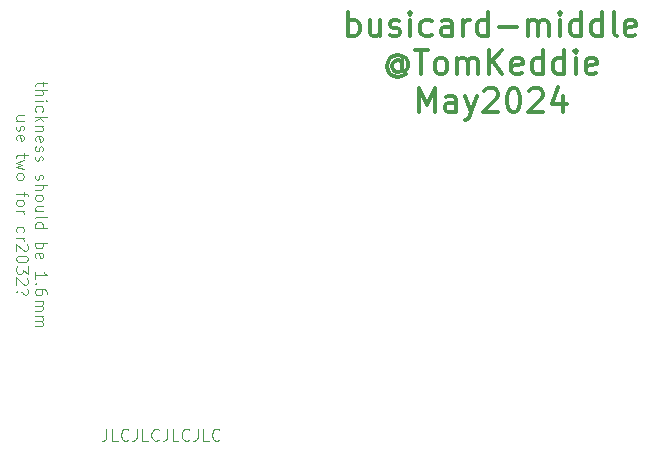
<source format=gto>
G04 #@! TF.GenerationSoftware,KiCad,Pcbnew,8.0.2-1.fc40*
G04 #@! TF.CreationDate,2024-05-26T13:30:04-07:00*
G04 #@! TF.ProjectId,busicard-middle,62757369-6361-4726-942d-6d6964646c65,rev?*
G04 #@! TF.SameCoordinates,Original*
G04 #@! TF.FileFunction,Legend,Top*
G04 #@! TF.FilePolarity,Positive*
%FSLAX46Y46*%
G04 Gerber Fmt 4.6, Leading zero omitted, Abs format (unit mm)*
G04 Created by KiCad (PCBNEW 8.0.2-1.fc40) date 2024-05-26 13:30:04*
%MOMM*%
%LPD*%
G01*
G04 APERTURE LIST*
%ADD10C,0.100000*%
%ADD11C,0.300000*%
G04 APERTURE END LIST*
D10*
X138380951Y-118957419D02*
X138380951Y-119671704D01*
X138380951Y-119671704D02*
X138333332Y-119814561D01*
X138333332Y-119814561D02*
X138238094Y-119909800D01*
X138238094Y-119909800D02*
X138095237Y-119957419D01*
X138095237Y-119957419D02*
X137999999Y-119957419D01*
X139333332Y-119957419D02*
X138857142Y-119957419D01*
X138857142Y-119957419D02*
X138857142Y-118957419D01*
X140238094Y-119862180D02*
X140190475Y-119909800D01*
X140190475Y-119909800D02*
X140047618Y-119957419D01*
X140047618Y-119957419D02*
X139952380Y-119957419D01*
X139952380Y-119957419D02*
X139809523Y-119909800D01*
X139809523Y-119909800D02*
X139714285Y-119814561D01*
X139714285Y-119814561D02*
X139666666Y-119719323D01*
X139666666Y-119719323D02*
X139619047Y-119528847D01*
X139619047Y-119528847D02*
X139619047Y-119385990D01*
X139619047Y-119385990D02*
X139666666Y-119195514D01*
X139666666Y-119195514D02*
X139714285Y-119100276D01*
X139714285Y-119100276D02*
X139809523Y-119005038D01*
X139809523Y-119005038D02*
X139952380Y-118957419D01*
X139952380Y-118957419D02*
X140047618Y-118957419D01*
X140047618Y-118957419D02*
X140190475Y-119005038D01*
X140190475Y-119005038D02*
X140238094Y-119052657D01*
X140952380Y-118957419D02*
X140952380Y-119671704D01*
X140952380Y-119671704D02*
X140904761Y-119814561D01*
X140904761Y-119814561D02*
X140809523Y-119909800D01*
X140809523Y-119909800D02*
X140666666Y-119957419D01*
X140666666Y-119957419D02*
X140571428Y-119957419D01*
X141904761Y-119957419D02*
X141428571Y-119957419D01*
X141428571Y-119957419D02*
X141428571Y-118957419D01*
X142809523Y-119862180D02*
X142761904Y-119909800D01*
X142761904Y-119909800D02*
X142619047Y-119957419D01*
X142619047Y-119957419D02*
X142523809Y-119957419D01*
X142523809Y-119957419D02*
X142380952Y-119909800D01*
X142380952Y-119909800D02*
X142285714Y-119814561D01*
X142285714Y-119814561D02*
X142238095Y-119719323D01*
X142238095Y-119719323D02*
X142190476Y-119528847D01*
X142190476Y-119528847D02*
X142190476Y-119385990D01*
X142190476Y-119385990D02*
X142238095Y-119195514D01*
X142238095Y-119195514D02*
X142285714Y-119100276D01*
X142285714Y-119100276D02*
X142380952Y-119005038D01*
X142380952Y-119005038D02*
X142523809Y-118957419D01*
X142523809Y-118957419D02*
X142619047Y-118957419D01*
X142619047Y-118957419D02*
X142761904Y-119005038D01*
X142761904Y-119005038D02*
X142809523Y-119052657D01*
X143523809Y-118957419D02*
X143523809Y-119671704D01*
X143523809Y-119671704D02*
X143476190Y-119814561D01*
X143476190Y-119814561D02*
X143380952Y-119909800D01*
X143380952Y-119909800D02*
X143238095Y-119957419D01*
X143238095Y-119957419D02*
X143142857Y-119957419D01*
X144476190Y-119957419D02*
X144000000Y-119957419D01*
X144000000Y-119957419D02*
X144000000Y-118957419D01*
X145380952Y-119862180D02*
X145333333Y-119909800D01*
X145333333Y-119909800D02*
X145190476Y-119957419D01*
X145190476Y-119957419D02*
X145095238Y-119957419D01*
X145095238Y-119957419D02*
X144952381Y-119909800D01*
X144952381Y-119909800D02*
X144857143Y-119814561D01*
X144857143Y-119814561D02*
X144809524Y-119719323D01*
X144809524Y-119719323D02*
X144761905Y-119528847D01*
X144761905Y-119528847D02*
X144761905Y-119385990D01*
X144761905Y-119385990D02*
X144809524Y-119195514D01*
X144809524Y-119195514D02*
X144857143Y-119100276D01*
X144857143Y-119100276D02*
X144952381Y-119005038D01*
X144952381Y-119005038D02*
X145095238Y-118957419D01*
X145095238Y-118957419D02*
X145190476Y-118957419D01*
X145190476Y-118957419D02*
X145333333Y-119005038D01*
X145333333Y-119005038D02*
X145380952Y-119052657D01*
X146095238Y-118957419D02*
X146095238Y-119671704D01*
X146095238Y-119671704D02*
X146047619Y-119814561D01*
X146047619Y-119814561D02*
X145952381Y-119909800D01*
X145952381Y-119909800D02*
X145809524Y-119957419D01*
X145809524Y-119957419D02*
X145714286Y-119957419D01*
X147047619Y-119957419D02*
X146571429Y-119957419D01*
X146571429Y-119957419D02*
X146571429Y-118957419D01*
X147952381Y-119862180D02*
X147904762Y-119909800D01*
X147904762Y-119909800D02*
X147761905Y-119957419D01*
X147761905Y-119957419D02*
X147666667Y-119957419D01*
X147666667Y-119957419D02*
X147523810Y-119909800D01*
X147523810Y-119909800D02*
X147428572Y-119814561D01*
X147428572Y-119814561D02*
X147380953Y-119719323D01*
X147380953Y-119719323D02*
X147333334Y-119528847D01*
X147333334Y-119528847D02*
X147333334Y-119385990D01*
X147333334Y-119385990D02*
X147380953Y-119195514D01*
X147380953Y-119195514D02*
X147428572Y-119100276D01*
X147428572Y-119100276D02*
X147523810Y-119005038D01*
X147523810Y-119005038D02*
X147666667Y-118957419D01*
X147666667Y-118957419D02*
X147761905Y-118957419D01*
X147761905Y-118957419D02*
X147904762Y-119005038D01*
X147904762Y-119005038D02*
X147952381Y-119052657D01*
X133014219Y-89571428D02*
X133014219Y-89952380D01*
X133347552Y-89714285D02*
X132490410Y-89714285D01*
X132490410Y-89714285D02*
X132395172Y-89761904D01*
X132395172Y-89761904D02*
X132347552Y-89857142D01*
X132347552Y-89857142D02*
X132347552Y-89952380D01*
X132347552Y-90285714D02*
X133347552Y-90285714D01*
X132347552Y-90714285D02*
X132871362Y-90714285D01*
X132871362Y-90714285D02*
X132966600Y-90666666D01*
X132966600Y-90666666D02*
X133014219Y-90571428D01*
X133014219Y-90571428D02*
X133014219Y-90428571D01*
X133014219Y-90428571D02*
X132966600Y-90333333D01*
X132966600Y-90333333D02*
X132918981Y-90285714D01*
X132347552Y-91190476D02*
X133014219Y-91190476D01*
X133347552Y-91190476D02*
X133299933Y-91142857D01*
X133299933Y-91142857D02*
X133252314Y-91190476D01*
X133252314Y-91190476D02*
X133299933Y-91238095D01*
X133299933Y-91238095D02*
X133347552Y-91190476D01*
X133347552Y-91190476D02*
X133252314Y-91190476D01*
X132395172Y-92095237D02*
X132347552Y-91999999D01*
X132347552Y-91999999D02*
X132347552Y-91809523D01*
X132347552Y-91809523D02*
X132395172Y-91714285D01*
X132395172Y-91714285D02*
X132442791Y-91666666D01*
X132442791Y-91666666D02*
X132538029Y-91619047D01*
X132538029Y-91619047D02*
X132823743Y-91619047D01*
X132823743Y-91619047D02*
X132918981Y-91666666D01*
X132918981Y-91666666D02*
X132966600Y-91714285D01*
X132966600Y-91714285D02*
X133014219Y-91809523D01*
X133014219Y-91809523D02*
X133014219Y-91999999D01*
X133014219Y-91999999D02*
X132966600Y-92095237D01*
X132347552Y-92523809D02*
X133347552Y-92523809D01*
X132728505Y-92619047D02*
X132347552Y-92904761D01*
X133014219Y-92904761D02*
X132633267Y-92523809D01*
X133014219Y-93333333D02*
X132347552Y-93333333D01*
X132918981Y-93333333D02*
X132966600Y-93380952D01*
X132966600Y-93380952D02*
X133014219Y-93476190D01*
X133014219Y-93476190D02*
X133014219Y-93619047D01*
X133014219Y-93619047D02*
X132966600Y-93714285D01*
X132966600Y-93714285D02*
X132871362Y-93761904D01*
X132871362Y-93761904D02*
X132347552Y-93761904D01*
X132395172Y-94619047D02*
X132347552Y-94523809D01*
X132347552Y-94523809D02*
X132347552Y-94333333D01*
X132347552Y-94333333D02*
X132395172Y-94238095D01*
X132395172Y-94238095D02*
X132490410Y-94190476D01*
X132490410Y-94190476D02*
X132871362Y-94190476D01*
X132871362Y-94190476D02*
X132966600Y-94238095D01*
X132966600Y-94238095D02*
X133014219Y-94333333D01*
X133014219Y-94333333D02*
X133014219Y-94523809D01*
X133014219Y-94523809D02*
X132966600Y-94619047D01*
X132966600Y-94619047D02*
X132871362Y-94666666D01*
X132871362Y-94666666D02*
X132776124Y-94666666D01*
X132776124Y-94666666D02*
X132680886Y-94190476D01*
X132395172Y-95047619D02*
X132347552Y-95142857D01*
X132347552Y-95142857D02*
X132347552Y-95333333D01*
X132347552Y-95333333D02*
X132395172Y-95428571D01*
X132395172Y-95428571D02*
X132490410Y-95476190D01*
X132490410Y-95476190D02*
X132538029Y-95476190D01*
X132538029Y-95476190D02*
X132633267Y-95428571D01*
X132633267Y-95428571D02*
X132680886Y-95333333D01*
X132680886Y-95333333D02*
X132680886Y-95190476D01*
X132680886Y-95190476D02*
X132728505Y-95095238D01*
X132728505Y-95095238D02*
X132823743Y-95047619D01*
X132823743Y-95047619D02*
X132871362Y-95047619D01*
X132871362Y-95047619D02*
X132966600Y-95095238D01*
X132966600Y-95095238D02*
X133014219Y-95190476D01*
X133014219Y-95190476D02*
X133014219Y-95333333D01*
X133014219Y-95333333D02*
X132966600Y-95428571D01*
X132395172Y-95857143D02*
X132347552Y-95952381D01*
X132347552Y-95952381D02*
X132347552Y-96142857D01*
X132347552Y-96142857D02*
X132395172Y-96238095D01*
X132395172Y-96238095D02*
X132490410Y-96285714D01*
X132490410Y-96285714D02*
X132538029Y-96285714D01*
X132538029Y-96285714D02*
X132633267Y-96238095D01*
X132633267Y-96238095D02*
X132680886Y-96142857D01*
X132680886Y-96142857D02*
X132680886Y-96000000D01*
X132680886Y-96000000D02*
X132728505Y-95904762D01*
X132728505Y-95904762D02*
X132823743Y-95857143D01*
X132823743Y-95857143D02*
X132871362Y-95857143D01*
X132871362Y-95857143D02*
X132966600Y-95904762D01*
X132966600Y-95904762D02*
X133014219Y-96000000D01*
X133014219Y-96000000D02*
X133014219Y-96142857D01*
X133014219Y-96142857D02*
X132966600Y-96238095D01*
X132395172Y-97428572D02*
X132347552Y-97523810D01*
X132347552Y-97523810D02*
X132347552Y-97714286D01*
X132347552Y-97714286D02*
X132395172Y-97809524D01*
X132395172Y-97809524D02*
X132490410Y-97857143D01*
X132490410Y-97857143D02*
X132538029Y-97857143D01*
X132538029Y-97857143D02*
X132633267Y-97809524D01*
X132633267Y-97809524D02*
X132680886Y-97714286D01*
X132680886Y-97714286D02*
X132680886Y-97571429D01*
X132680886Y-97571429D02*
X132728505Y-97476191D01*
X132728505Y-97476191D02*
X132823743Y-97428572D01*
X132823743Y-97428572D02*
X132871362Y-97428572D01*
X132871362Y-97428572D02*
X132966600Y-97476191D01*
X132966600Y-97476191D02*
X133014219Y-97571429D01*
X133014219Y-97571429D02*
X133014219Y-97714286D01*
X133014219Y-97714286D02*
X132966600Y-97809524D01*
X132347552Y-98285715D02*
X133347552Y-98285715D01*
X132347552Y-98714286D02*
X132871362Y-98714286D01*
X132871362Y-98714286D02*
X132966600Y-98666667D01*
X132966600Y-98666667D02*
X133014219Y-98571429D01*
X133014219Y-98571429D02*
X133014219Y-98428572D01*
X133014219Y-98428572D02*
X132966600Y-98333334D01*
X132966600Y-98333334D02*
X132918981Y-98285715D01*
X132347552Y-99333334D02*
X132395172Y-99238096D01*
X132395172Y-99238096D02*
X132442791Y-99190477D01*
X132442791Y-99190477D02*
X132538029Y-99142858D01*
X132538029Y-99142858D02*
X132823743Y-99142858D01*
X132823743Y-99142858D02*
X132918981Y-99190477D01*
X132918981Y-99190477D02*
X132966600Y-99238096D01*
X132966600Y-99238096D02*
X133014219Y-99333334D01*
X133014219Y-99333334D02*
X133014219Y-99476191D01*
X133014219Y-99476191D02*
X132966600Y-99571429D01*
X132966600Y-99571429D02*
X132918981Y-99619048D01*
X132918981Y-99619048D02*
X132823743Y-99666667D01*
X132823743Y-99666667D02*
X132538029Y-99666667D01*
X132538029Y-99666667D02*
X132442791Y-99619048D01*
X132442791Y-99619048D02*
X132395172Y-99571429D01*
X132395172Y-99571429D02*
X132347552Y-99476191D01*
X132347552Y-99476191D02*
X132347552Y-99333334D01*
X133014219Y-100523810D02*
X132347552Y-100523810D01*
X133014219Y-100095239D02*
X132490410Y-100095239D01*
X132490410Y-100095239D02*
X132395172Y-100142858D01*
X132395172Y-100142858D02*
X132347552Y-100238096D01*
X132347552Y-100238096D02*
X132347552Y-100380953D01*
X132347552Y-100380953D02*
X132395172Y-100476191D01*
X132395172Y-100476191D02*
X132442791Y-100523810D01*
X132347552Y-101142858D02*
X132395172Y-101047620D01*
X132395172Y-101047620D02*
X132490410Y-101000001D01*
X132490410Y-101000001D02*
X133347552Y-101000001D01*
X132347552Y-101952382D02*
X133347552Y-101952382D01*
X132395172Y-101952382D02*
X132347552Y-101857144D01*
X132347552Y-101857144D02*
X132347552Y-101666668D01*
X132347552Y-101666668D02*
X132395172Y-101571430D01*
X132395172Y-101571430D02*
X132442791Y-101523811D01*
X132442791Y-101523811D02*
X132538029Y-101476192D01*
X132538029Y-101476192D02*
X132823743Y-101476192D01*
X132823743Y-101476192D02*
X132918981Y-101523811D01*
X132918981Y-101523811D02*
X132966600Y-101571430D01*
X132966600Y-101571430D02*
X133014219Y-101666668D01*
X133014219Y-101666668D02*
X133014219Y-101857144D01*
X133014219Y-101857144D02*
X132966600Y-101952382D01*
X132347552Y-103190478D02*
X133347552Y-103190478D01*
X132966600Y-103190478D02*
X133014219Y-103285716D01*
X133014219Y-103285716D02*
X133014219Y-103476192D01*
X133014219Y-103476192D02*
X132966600Y-103571430D01*
X132966600Y-103571430D02*
X132918981Y-103619049D01*
X132918981Y-103619049D02*
X132823743Y-103666668D01*
X132823743Y-103666668D02*
X132538029Y-103666668D01*
X132538029Y-103666668D02*
X132442791Y-103619049D01*
X132442791Y-103619049D02*
X132395172Y-103571430D01*
X132395172Y-103571430D02*
X132347552Y-103476192D01*
X132347552Y-103476192D02*
X132347552Y-103285716D01*
X132347552Y-103285716D02*
X132395172Y-103190478D01*
X132395172Y-104476192D02*
X132347552Y-104380954D01*
X132347552Y-104380954D02*
X132347552Y-104190478D01*
X132347552Y-104190478D02*
X132395172Y-104095240D01*
X132395172Y-104095240D02*
X132490410Y-104047621D01*
X132490410Y-104047621D02*
X132871362Y-104047621D01*
X132871362Y-104047621D02*
X132966600Y-104095240D01*
X132966600Y-104095240D02*
X133014219Y-104190478D01*
X133014219Y-104190478D02*
X133014219Y-104380954D01*
X133014219Y-104380954D02*
X132966600Y-104476192D01*
X132966600Y-104476192D02*
X132871362Y-104523811D01*
X132871362Y-104523811D02*
X132776124Y-104523811D01*
X132776124Y-104523811D02*
X132680886Y-104047621D01*
X132347552Y-106238097D02*
X132347552Y-105666669D01*
X132347552Y-105952383D02*
X133347552Y-105952383D01*
X133347552Y-105952383D02*
X133204695Y-105857145D01*
X133204695Y-105857145D02*
X133109457Y-105761907D01*
X133109457Y-105761907D02*
X133061838Y-105666669D01*
X132442791Y-106666669D02*
X132395172Y-106714288D01*
X132395172Y-106714288D02*
X132347552Y-106666669D01*
X132347552Y-106666669D02*
X132395172Y-106619050D01*
X132395172Y-106619050D02*
X132442791Y-106666669D01*
X132442791Y-106666669D02*
X132347552Y-106666669D01*
X133347552Y-107571430D02*
X133347552Y-107380954D01*
X133347552Y-107380954D02*
X133299933Y-107285716D01*
X133299933Y-107285716D02*
X133252314Y-107238097D01*
X133252314Y-107238097D02*
X133109457Y-107142859D01*
X133109457Y-107142859D02*
X132918981Y-107095240D01*
X132918981Y-107095240D02*
X132538029Y-107095240D01*
X132538029Y-107095240D02*
X132442791Y-107142859D01*
X132442791Y-107142859D02*
X132395172Y-107190478D01*
X132395172Y-107190478D02*
X132347552Y-107285716D01*
X132347552Y-107285716D02*
X132347552Y-107476192D01*
X132347552Y-107476192D02*
X132395172Y-107571430D01*
X132395172Y-107571430D02*
X132442791Y-107619049D01*
X132442791Y-107619049D02*
X132538029Y-107666668D01*
X132538029Y-107666668D02*
X132776124Y-107666668D01*
X132776124Y-107666668D02*
X132871362Y-107619049D01*
X132871362Y-107619049D02*
X132918981Y-107571430D01*
X132918981Y-107571430D02*
X132966600Y-107476192D01*
X132966600Y-107476192D02*
X132966600Y-107285716D01*
X132966600Y-107285716D02*
X132918981Y-107190478D01*
X132918981Y-107190478D02*
X132871362Y-107142859D01*
X132871362Y-107142859D02*
X132776124Y-107095240D01*
X132347552Y-108095240D02*
X133014219Y-108095240D01*
X132918981Y-108095240D02*
X132966600Y-108142859D01*
X132966600Y-108142859D02*
X133014219Y-108238097D01*
X133014219Y-108238097D02*
X133014219Y-108380954D01*
X133014219Y-108380954D02*
X132966600Y-108476192D01*
X132966600Y-108476192D02*
X132871362Y-108523811D01*
X132871362Y-108523811D02*
X132347552Y-108523811D01*
X132871362Y-108523811D02*
X132966600Y-108571430D01*
X132966600Y-108571430D02*
X133014219Y-108666668D01*
X133014219Y-108666668D02*
X133014219Y-108809525D01*
X133014219Y-108809525D02*
X132966600Y-108904764D01*
X132966600Y-108904764D02*
X132871362Y-108952383D01*
X132871362Y-108952383D02*
X132347552Y-108952383D01*
X132347552Y-109428573D02*
X133014219Y-109428573D01*
X132918981Y-109428573D02*
X132966600Y-109476192D01*
X132966600Y-109476192D02*
X133014219Y-109571430D01*
X133014219Y-109571430D02*
X133014219Y-109714287D01*
X133014219Y-109714287D02*
X132966600Y-109809525D01*
X132966600Y-109809525D02*
X132871362Y-109857144D01*
X132871362Y-109857144D02*
X132347552Y-109857144D01*
X132871362Y-109857144D02*
X132966600Y-109904763D01*
X132966600Y-109904763D02*
X133014219Y-110000001D01*
X133014219Y-110000001D02*
X133014219Y-110142858D01*
X133014219Y-110142858D02*
X132966600Y-110238097D01*
X132966600Y-110238097D02*
X132871362Y-110285716D01*
X132871362Y-110285716D02*
X132347552Y-110285716D01*
X131404275Y-92857141D02*
X130737608Y-92857141D01*
X131404275Y-92428570D02*
X130880466Y-92428570D01*
X130880466Y-92428570D02*
X130785228Y-92476189D01*
X130785228Y-92476189D02*
X130737608Y-92571427D01*
X130737608Y-92571427D02*
X130737608Y-92714284D01*
X130737608Y-92714284D02*
X130785228Y-92809522D01*
X130785228Y-92809522D02*
X130832847Y-92857141D01*
X130785228Y-93285713D02*
X130737608Y-93380951D01*
X130737608Y-93380951D02*
X130737608Y-93571427D01*
X130737608Y-93571427D02*
X130785228Y-93666665D01*
X130785228Y-93666665D02*
X130880466Y-93714284D01*
X130880466Y-93714284D02*
X130928085Y-93714284D01*
X130928085Y-93714284D02*
X131023323Y-93666665D01*
X131023323Y-93666665D02*
X131070942Y-93571427D01*
X131070942Y-93571427D02*
X131070942Y-93428570D01*
X131070942Y-93428570D02*
X131118561Y-93333332D01*
X131118561Y-93333332D02*
X131213799Y-93285713D01*
X131213799Y-93285713D02*
X131261418Y-93285713D01*
X131261418Y-93285713D02*
X131356656Y-93333332D01*
X131356656Y-93333332D02*
X131404275Y-93428570D01*
X131404275Y-93428570D02*
X131404275Y-93571427D01*
X131404275Y-93571427D02*
X131356656Y-93666665D01*
X130785228Y-94523808D02*
X130737608Y-94428570D01*
X130737608Y-94428570D02*
X130737608Y-94238094D01*
X130737608Y-94238094D02*
X130785228Y-94142856D01*
X130785228Y-94142856D02*
X130880466Y-94095237D01*
X130880466Y-94095237D02*
X131261418Y-94095237D01*
X131261418Y-94095237D02*
X131356656Y-94142856D01*
X131356656Y-94142856D02*
X131404275Y-94238094D01*
X131404275Y-94238094D02*
X131404275Y-94428570D01*
X131404275Y-94428570D02*
X131356656Y-94523808D01*
X131356656Y-94523808D02*
X131261418Y-94571427D01*
X131261418Y-94571427D02*
X131166180Y-94571427D01*
X131166180Y-94571427D02*
X131070942Y-94095237D01*
X131404275Y-95619047D02*
X131404275Y-95999999D01*
X131737608Y-95761904D02*
X130880466Y-95761904D01*
X130880466Y-95761904D02*
X130785228Y-95809523D01*
X130785228Y-95809523D02*
X130737608Y-95904761D01*
X130737608Y-95904761D02*
X130737608Y-95999999D01*
X131404275Y-96238095D02*
X130737608Y-96428571D01*
X130737608Y-96428571D02*
X131213799Y-96619047D01*
X131213799Y-96619047D02*
X130737608Y-96809523D01*
X130737608Y-96809523D02*
X131404275Y-96999999D01*
X130737608Y-97523809D02*
X130785228Y-97428571D01*
X130785228Y-97428571D02*
X130832847Y-97380952D01*
X130832847Y-97380952D02*
X130928085Y-97333333D01*
X130928085Y-97333333D02*
X131213799Y-97333333D01*
X131213799Y-97333333D02*
X131309037Y-97380952D01*
X131309037Y-97380952D02*
X131356656Y-97428571D01*
X131356656Y-97428571D02*
X131404275Y-97523809D01*
X131404275Y-97523809D02*
X131404275Y-97666666D01*
X131404275Y-97666666D02*
X131356656Y-97761904D01*
X131356656Y-97761904D02*
X131309037Y-97809523D01*
X131309037Y-97809523D02*
X131213799Y-97857142D01*
X131213799Y-97857142D02*
X130928085Y-97857142D01*
X130928085Y-97857142D02*
X130832847Y-97809523D01*
X130832847Y-97809523D02*
X130785228Y-97761904D01*
X130785228Y-97761904D02*
X130737608Y-97666666D01*
X130737608Y-97666666D02*
X130737608Y-97523809D01*
X131404275Y-98904762D02*
X131404275Y-99285714D01*
X130737608Y-99047619D02*
X131594751Y-99047619D01*
X131594751Y-99047619D02*
X131689989Y-99095238D01*
X131689989Y-99095238D02*
X131737608Y-99190476D01*
X131737608Y-99190476D02*
X131737608Y-99285714D01*
X130737608Y-99761905D02*
X130785228Y-99666667D01*
X130785228Y-99666667D02*
X130832847Y-99619048D01*
X130832847Y-99619048D02*
X130928085Y-99571429D01*
X130928085Y-99571429D02*
X131213799Y-99571429D01*
X131213799Y-99571429D02*
X131309037Y-99619048D01*
X131309037Y-99619048D02*
X131356656Y-99666667D01*
X131356656Y-99666667D02*
X131404275Y-99761905D01*
X131404275Y-99761905D02*
X131404275Y-99904762D01*
X131404275Y-99904762D02*
X131356656Y-100000000D01*
X131356656Y-100000000D02*
X131309037Y-100047619D01*
X131309037Y-100047619D02*
X131213799Y-100095238D01*
X131213799Y-100095238D02*
X130928085Y-100095238D01*
X130928085Y-100095238D02*
X130832847Y-100047619D01*
X130832847Y-100047619D02*
X130785228Y-100000000D01*
X130785228Y-100000000D02*
X130737608Y-99904762D01*
X130737608Y-99904762D02*
X130737608Y-99761905D01*
X130737608Y-100523810D02*
X131404275Y-100523810D01*
X131213799Y-100523810D02*
X131309037Y-100571429D01*
X131309037Y-100571429D02*
X131356656Y-100619048D01*
X131356656Y-100619048D02*
X131404275Y-100714286D01*
X131404275Y-100714286D02*
X131404275Y-100809524D01*
X130785228Y-102333334D02*
X130737608Y-102238096D01*
X130737608Y-102238096D02*
X130737608Y-102047620D01*
X130737608Y-102047620D02*
X130785228Y-101952382D01*
X130785228Y-101952382D02*
X130832847Y-101904763D01*
X130832847Y-101904763D02*
X130928085Y-101857144D01*
X130928085Y-101857144D02*
X131213799Y-101857144D01*
X131213799Y-101857144D02*
X131309037Y-101904763D01*
X131309037Y-101904763D02*
X131356656Y-101952382D01*
X131356656Y-101952382D02*
X131404275Y-102047620D01*
X131404275Y-102047620D02*
X131404275Y-102238096D01*
X131404275Y-102238096D02*
X131356656Y-102333334D01*
X130737608Y-102761906D02*
X131404275Y-102761906D01*
X131213799Y-102761906D02*
X131309037Y-102809525D01*
X131309037Y-102809525D02*
X131356656Y-102857144D01*
X131356656Y-102857144D02*
X131404275Y-102952382D01*
X131404275Y-102952382D02*
X131404275Y-103047620D01*
X131642370Y-103333335D02*
X131689989Y-103380954D01*
X131689989Y-103380954D02*
X131737608Y-103476192D01*
X131737608Y-103476192D02*
X131737608Y-103714287D01*
X131737608Y-103714287D02*
X131689989Y-103809525D01*
X131689989Y-103809525D02*
X131642370Y-103857144D01*
X131642370Y-103857144D02*
X131547132Y-103904763D01*
X131547132Y-103904763D02*
X131451894Y-103904763D01*
X131451894Y-103904763D02*
X131309037Y-103857144D01*
X131309037Y-103857144D02*
X130737608Y-103285716D01*
X130737608Y-103285716D02*
X130737608Y-103904763D01*
X131737608Y-104523811D02*
X131737608Y-104619049D01*
X131737608Y-104619049D02*
X131689989Y-104714287D01*
X131689989Y-104714287D02*
X131642370Y-104761906D01*
X131642370Y-104761906D02*
X131547132Y-104809525D01*
X131547132Y-104809525D02*
X131356656Y-104857144D01*
X131356656Y-104857144D02*
X131118561Y-104857144D01*
X131118561Y-104857144D02*
X130928085Y-104809525D01*
X130928085Y-104809525D02*
X130832847Y-104761906D01*
X130832847Y-104761906D02*
X130785228Y-104714287D01*
X130785228Y-104714287D02*
X130737608Y-104619049D01*
X130737608Y-104619049D02*
X130737608Y-104523811D01*
X130737608Y-104523811D02*
X130785228Y-104428573D01*
X130785228Y-104428573D02*
X130832847Y-104380954D01*
X130832847Y-104380954D02*
X130928085Y-104333335D01*
X130928085Y-104333335D02*
X131118561Y-104285716D01*
X131118561Y-104285716D02*
X131356656Y-104285716D01*
X131356656Y-104285716D02*
X131547132Y-104333335D01*
X131547132Y-104333335D02*
X131642370Y-104380954D01*
X131642370Y-104380954D02*
X131689989Y-104428573D01*
X131689989Y-104428573D02*
X131737608Y-104523811D01*
X131737608Y-105190478D02*
X131737608Y-105809525D01*
X131737608Y-105809525D02*
X131356656Y-105476192D01*
X131356656Y-105476192D02*
X131356656Y-105619049D01*
X131356656Y-105619049D02*
X131309037Y-105714287D01*
X131309037Y-105714287D02*
X131261418Y-105761906D01*
X131261418Y-105761906D02*
X131166180Y-105809525D01*
X131166180Y-105809525D02*
X130928085Y-105809525D01*
X130928085Y-105809525D02*
X130832847Y-105761906D01*
X130832847Y-105761906D02*
X130785228Y-105714287D01*
X130785228Y-105714287D02*
X130737608Y-105619049D01*
X130737608Y-105619049D02*
X130737608Y-105333335D01*
X130737608Y-105333335D02*
X130785228Y-105238097D01*
X130785228Y-105238097D02*
X130832847Y-105190478D01*
X131642370Y-106190478D02*
X131689989Y-106238097D01*
X131689989Y-106238097D02*
X131737608Y-106333335D01*
X131737608Y-106333335D02*
X131737608Y-106571430D01*
X131737608Y-106571430D02*
X131689989Y-106666668D01*
X131689989Y-106666668D02*
X131642370Y-106714287D01*
X131642370Y-106714287D02*
X131547132Y-106761906D01*
X131547132Y-106761906D02*
X131451894Y-106761906D01*
X131451894Y-106761906D02*
X131309037Y-106714287D01*
X131309037Y-106714287D02*
X130737608Y-106142859D01*
X130737608Y-106142859D02*
X130737608Y-106761906D01*
X130832847Y-107333335D02*
X130785228Y-107380954D01*
X130785228Y-107380954D02*
X130737608Y-107333335D01*
X130737608Y-107333335D02*
X130785228Y-107285716D01*
X130785228Y-107285716D02*
X130832847Y-107333335D01*
X130832847Y-107333335D02*
X130737608Y-107333335D01*
X131689989Y-107142859D02*
X131737608Y-107238097D01*
X131737608Y-107238097D02*
X131737608Y-107476192D01*
X131737608Y-107476192D02*
X131689989Y-107571430D01*
X131689989Y-107571430D02*
X131594751Y-107619049D01*
X131594751Y-107619049D02*
X131499513Y-107619049D01*
X131499513Y-107619049D02*
X131404275Y-107571430D01*
X131404275Y-107571430D02*
X131356656Y-107523811D01*
X131356656Y-107523811D02*
X131309037Y-107428573D01*
X131309037Y-107428573D02*
X131261418Y-107380954D01*
X131261418Y-107380954D02*
X131166180Y-107333335D01*
X131166180Y-107333335D02*
X131118561Y-107333335D01*
D11*
X158857142Y-85689750D02*
X158857142Y-83689750D01*
X158857142Y-84451654D02*
X159047618Y-84356416D01*
X159047618Y-84356416D02*
X159428571Y-84356416D01*
X159428571Y-84356416D02*
X159619047Y-84451654D01*
X159619047Y-84451654D02*
X159714285Y-84546892D01*
X159714285Y-84546892D02*
X159809523Y-84737369D01*
X159809523Y-84737369D02*
X159809523Y-85308797D01*
X159809523Y-85308797D02*
X159714285Y-85499273D01*
X159714285Y-85499273D02*
X159619047Y-85594512D01*
X159619047Y-85594512D02*
X159428571Y-85689750D01*
X159428571Y-85689750D02*
X159047618Y-85689750D01*
X159047618Y-85689750D02*
X158857142Y-85594512D01*
X161523809Y-84356416D02*
X161523809Y-85689750D01*
X160666666Y-84356416D02*
X160666666Y-85404035D01*
X160666666Y-85404035D02*
X160761904Y-85594512D01*
X160761904Y-85594512D02*
X160952380Y-85689750D01*
X160952380Y-85689750D02*
X161238095Y-85689750D01*
X161238095Y-85689750D02*
X161428571Y-85594512D01*
X161428571Y-85594512D02*
X161523809Y-85499273D01*
X162380952Y-85594512D02*
X162571428Y-85689750D01*
X162571428Y-85689750D02*
X162952380Y-85689750D01*
X162952380Y-85689750D02*
X163142857Y-85594512D01*
X163142857Y-85594512D02*
X163238095Y-85404035D01*
X163238095Y-85404035D02*
X163238095Y-85308797D01*
X163238095Y-85308797D02*
X163142857Y-85118321D01*
X163142857Y-85118321D02*
X162952380Y-85023083D01*
X162952380Y-85023083D02*
X162666666Y-85023083D01*
X162666666Y-85023083D02*
X162476190Y-84927845D01*
X162476190Y-84927845D02*
X162380952Y-84737369D01*
X162380952Y-84737369D02*
X162380952Y-84642131D01*
X162380952Y-84642131D02*
X162476190Y-84451654D01*
X162476190Y-84451654D02*
X162666666Y-84356416D01*
X162666666Y-84356416D02*
X162952380Y-84356416D01*
X162952380Y-84356416D02*
X163142857Y-84451654D01*
X164095238Y-85689750D02*
X164095238Y-84356416D01*
X164095238Y-83689750D02*
X164000000Y-83784988D01*
X164000000Y-83784988D02*
X164095238Y-83880226D01*
X164095238Y-83880226D02*
X164190476Y-83784988D01*
X164190476Y-83784988D02*
X164095238Y-83689750D01*
X164095238Y-83689750D02*
X164095238Y-83880226D01*
X165904762Y-85594512D02*
X165714286Y-85689750D01*
X165714286Y-85689750D02*
X165333333Y-85689750D01*
X165333333Y-85689750D02*
X165142857Y-85594512D01*
X165142857Y-85594512D02*
X165047619Y-85499273D01*
X165047619Y-85499273D02*
X164952381Y-85308797D01*
X164952381Y-85308797D02*
X164952381Y-84737369D01*
X164952381Y-84737369D02*
X165047619Y-84546892D01*
X165047619Y-84546892D02*
X165142857Y-84451654D01*
X165142857Y-84451654D02*
X165333333Y-84356416D01*
X165333333Y-84356416D02*
X165714286Y-84356416D01*
X165714286Y-84356416D02*
X165904762Y-84451654D01*
X167619048Y-85689750D02*
X167619048Y-84642131D01*
X167619048Y-84642131D02*
X167523810Y-84451654D01*
X167523810Y-84451654D02*
X167333334Y-84356416D01*
X167333334Y-84356416D02*
X166952381Y-84356416D01*
X166952381Y-84356416D02*
X166761905Y-84451654D01*
X167619048Y-85594512D02*
X167428572Y-85689750D01*
X167428572Y-85689750D02*
X166952381Y-85689750D01*
X166952381Y-85689750D02*
X166761905Y-85594512D01*
X166761905Y-85594512D02*
X166666667Y-85404035D01*
X166666667Y-85404035D02*
X166666667Y-85213559D01*
X166666667Y-85213559D02*
X166761905Y-85023083D01*
X166761905Y-85023083D02*
X166952381Y-84927845D01*
X166952381Y-84927845D02*
X167428572Y-84927845D01*
X167428572Y-84927845D02*
X167619048Y-84832607D01*
X168571429Y-85689750D02*
X168571429Y-84356416D01*
X168571429Y-84737369D02*
X168666667Y-84546892D01*
X168666667Y-84546892D02*
X168761905Y-84451654D01*
X168761905Y-84451654D02*
X168952381Y-84356416D01*
X168952381Y-84356416D02*
X169142858Y-84356416D01*
X170666667Y-85689750D02*
X170666667Y-83689750D01*
X170666667Y-85594512D02*
X170476191Y-85689750D01*
X170476191Y-85689750D02*
X170095238Y-85689750D01*
X170095238Y-85689750D02*
X169904762Y-85594512D01*
X169904762Y-85594512D02*
X169809524Y-85499273D01*
X169809524Y-85499273D02*
X169714286Y-85308797D01*
X169714286Y-85308797D02*
X169714286Y-84737369D01*
X169714286Y-84737369D02*
X169809524Y-84546892D01*
X169809524Y-84546892D02*
X169904762Y-84451654D01*
X169904762Y-84451654D02*
X170095238Y-84356416D01*
X170095238Y-84356416D02*
X170476191Y-84356416D01*
X170476191Y-84356416D02*
X170666667Y-84451654D01*
X171619048Y-84927845D02*
X173142858Y-84927845D01*
X174095238Y-85689750D02*
X174095238Y-84356416D01*
X174095238Y-84546892D02*
X174190476Y-84451654D01*
X174190476Y-84451654D02*
X174380952Y-84356416D01*
X174380952Y-84356416D02*
X174666667Y-84356416D01*
X174666667Y-84356416D02*
X174857143Y-84451654D01*
X174857143Y-84451654D02*
X174952381Y-84642131D01*
X174952381Y-84642131D02*
X174952381Y-85689750D01*
X174952381Y-84642131D02*
X175047619Y-84451654D01*
X175047619Y-84451654D02*
X175238095Y-84356416D01*
X175238095Y-84356416D02*
X175523809Y-84356416D01*
X175523809Y-84356416D02*
X175714286Y-84451654D01*
X175714286Y-84451654D02*
X175809524Y-84642131D01*
X175809524Y-84642131D02*
X175809524Y-85689750D01*
X176761905Y-85689750D02*
X176761905Y-84356416D01*
X176761905Y-83689750D02*
X176666667Y-83784988D01*
X176666667Y-83784988D02*
X176761905Y-83880226D01*
X176761905Y-83880226D02*
X176857143Y-83784988D01*
X176857143Y-83784988D02*
X176761905Y-83689750D01*
X176761905Y-83689750D02*
X176761905Y-83880226D01*
X178571429Y-85689750D02*
X178571429Y-83689750D01*
X178571429Y-85594512D02*
X178380953Y-85689750D01*
X178380953Y-85689750D02*
X178000000Y-85689750D01*
X178000000Y-85689750D02*
X177809524Y-85594512D01*
X177809524Y-85594512D02*
X177714286Y-85499273D01*
X177714286Y-85499273D02*
X177619048Y-85308797D01*
X177619048Y-85308797D02*
X177619048Y-84737369D01*
X177619048Y-84737369D02*
X177714286Y-84546892D01*
X177714286Y-84546892D02*
X177809524Y-84451654D01*
X177809524Y-84451654D02*
X178000000Y-84356416D01*
X178000000Y-84356416D02*
X178380953Y-84356416D01*
X178380953Y-84356416D02*
X178571429Y-84451654D01*
X180380953Y-85689750D02*
X180380953Y-83689750D01*
X180380953Y-85594512D02*
X180190477Y-85689750D01*
X180190477Y-85689750D02*
X179809524Y-85689750D01*
X179809524Y-85689750D02*
X179619048Y-85594512D01*
X179619048Y-85594512D02*
X179523810Y-85499273D01*
X179523810Y-85499273D02*
X179428572Y-85308797D01*
X179428572Y-85308797D02*
X179428572Y-84737369D01*
X179428572Y-84737369D02*
X179523810Y-84546892D01*
X179523810Y-84546892D02*
X179619048Y-84451654D01*
X179619048Y-84451654D02*
X179809524Y-84356416D01*
X179809524Y-84356416D02*
X180190477Y-84356416D01*
X180190477Y-84356416D02*
X180380953Y-84451654D01*
X181619048Y-85689750D02*
X181428572Y-85594512D01*
X181428572Y-85594512D02*
X181333334Y-85404035D01*
X181333334Y-85404035D02*
X181333334Y-83689750D01*
X183142858Y-85594512D02*
X182952382Y-85689750D01*
X182952382Y-85689750D02*
X182571429Y-85689750D01*
X182571429Y-85689750D02*
X182380953Y-85594512D01*
X182380953Y-85594512D02*
X182285715Y-85404035D01*
X182285715Y-85404035D02*
X182285715Y-84642131D01*
X182285715Y-84642131D02*
X182380953Y-84451654D01*
X182380953Y-84451654D02*
X182571429Y-84356416D01*
X182571429Y-84356416D02*
X182952382Y-84356416D01*
X182952382Y-84356416D02*
X183142858Y-84451654D01*
X183142858Y-84451654D02*
X183238096Y-84642131D01*
X183238096Y-84642131D02*
X183238096Y-84832607D01*
X183238096Y-84832607D02*
X182285715Y-85023083D01*
X163428570Y-87957257D02*
X163333332Y-87862019D01*
X163333332Y-87862019D02*
X163142856Y-87766780D01*
X163142856Y-87766780D02*
X162952380Y-87766780D01*
X162952380Y-87766780D02*
X162761904Y-87862019D01*
X162761904Y-87862019D02*
X162666665Y-87957257D01*
X162666665Y-87957257D02*
X162571427Y-88147733D01*
X162571427Y-88147733D02*
X162571427Y-88338209D01*
X162571427Y-88338209D02*
X162666665Y-88528685D01*
X162666665Y-88528685D02*
X162761904Y-88623923D01*
X162761904Y-88623923D02*
X162952380Y-88719161D01*
X162952380Y-88719161D02*
X163142856Y-88719161D01*
X163142856Y-88719161D02*
X163333332Y-88623923D01*
X163333332Y-88623923D02*
X163428570Y-88528685D01*
X163428570Y-87766780D02*
X163428570Y-88528685D01*
X163428570Y-88528685D02*
X163523808Y-88623923D01*
X163523808Y-88623923D02*
X163619046Y-88623923D01*
X163619046Y-88623923D02*
X163809523Y-88528685D01*
X163809523Y-88528685D02*
X163904761Y-88338209D01*
X163904761Y-88338209D02*
X163904761Y-87862019D01*
X163904761Y-87862019D02*
X163714285Y-87576304D01*
X163714285Y-87576304D02*
X163428570Y-87385828D01*
X163428570Y-87385828D02*
X163047618Y-87290590D01*
X163047618Y-87290590D02*
X162666665Y-87385828D01*
X162666665Y-87385828D02*
X162380951Y-87576304D01*
X162380951Y-87576304D02*
X162190475Y-87862019D01*
X162190475Y-87862019D02*
X162095237Y-88242971D01*
X162095237Y-88242971D02*
X162190475Y-88623923D01*
X162190475Y-88623923D02*
X162380951Y-88909638D01*
X162380951Y-88909638D02*
X162666665Y-89100114D01*
X162666665Y-89100114D02*
X163047618Y-89195352D01*
X163047618Y-89195352D02*
X163428570Y-89100114D01*
X163428570Y-89100114D02*
X163714285Y-88909638D01*
X164476190Y-86909638D02*
X165619047Y-86909638D01*
X165047618Y-88909638D02*
X165047618Y-86909638D01*
X166571428Y-88909638D02*
X166380952Y-88814400D01*
X166380952Y-88814400D02*
X166285714Y-88719161D01*
X166285714Y-88719161D02*
X166190476Y-88528685D01*
X166190476Y-88528685D02*
X166190476Y-87957257D01*
X166190476Y-87957257D02*
X166285714Y-87766780D01*
X166285714Y-87766780D02*
X166380952Y-87671542D01*
X166380952Y-87671542D02*
X166571428Y-87576304D01*
X166571428Y-87576304D02*
X166857143Y-87576304D01*
X166857143Y-87576304D02*
X167047619Y-87671542D01*
X167047619Y-87671542D02*
X167142857Y-87766780D01*
X167142857Y-87766780D02*
X167238095Y-87957257D01*
X167238095Y-87957257D02*
X167238095Y-88528685D01*
X167238095Y-88528685D02*
X167142857Y-88719161D01*
X167142857Y-88719161D02*
X167047619Y-88814400D01*
X167047619Y-88814400D02*
X166857143Y-88909638D01*
X166857143Y-88909638D02*
X166571428Y-88909638D01*
X168095238Y-88909638D02*
X168095238Y-87576304D01*
X168095238Y-87766780D02*
X168190476Y-87671542D01*
X168190476Y-87671542D02*
X168380952Y-87576304D01*
X168380952Y-87576304D02*
X168666667Y-87576304D01*
X168666667Y-87576304D02*
X168857143Y-87671542D01*
X168857143Y-87671542D02*
X168952381Y-87862019D01*
X168952381Y-87862019D02*
X168952381Y-88909638D01*
X168952381Y-87862019D02*
X169047619Y-87671542D01*
X169047619Y-87671542D02*
X169238095Y-87576304D01*
X169238095Y-87576304D02*
X169523809Y-87576304D01*
X169523809Y-87576304D02*
X169714286Y-87671542D01*
X169714286Y-87671542D02*
X169809524Y-87862019D01*
X169809524Y-87862019D02*
X169809524Y-88909638D01*
X170761905Y-88909638D02*
X170761905Y-86909638D01*
X171904762Y-88909638D02*
X171047619Y-87766780D01*
X171904762Y-86909638D02*
X170761905Y-88052495D01*
X173523810Y-88814400D02*
X173333334Y-88909638D01*
X173333334Y-88909638D02*
X172952381Y-88909638D01*
X172952381Y-88909638D02*
X172761905Y-88814400D01*
X172761905Y-88814400D02*
X172666667Y-88623923D01*
X172666667Y-88623923D02*
X172666667Y-87862019D01*
X172666667Y-87862019D02*
X172761905Y-87671542D01*
X172761905Y-87671542D02*
X172952381Y-87576304D01*
X172952381Y-87576304D02*
X173333334Y-87576304D01*
X173333334Y-87576304D02*
X173523810Y-87671542D01*
X173523810Y-87671542D02*
X173619048Y-87862019D01*
X173619048Y-87862019D02*
X173619048Y-88052495D01*
X173619048Y-88052495D02*
X172666667Y-88242971D01*
X175333334Y-88909638D02*
X175333334Y-86909638D01*
X175333334Y-88814400D02*
X175142858Y-88909638D01*
X175142858Y-88909638D02*
X174761905Y-88909638D01*
X174761905Y-88909638D02*
X174571429Y-88814400D01*
X174571429Y-88814400D02*
X174476191Y-88719161D01*
X174476191Y-88719161D02*
X174380953Y-88528685D01*
X174380953Y-88528685D02*
X174380953Y-87957257D01*
X174380953Y-87957257D02*
X174476191Y-87766780D01*
X174476191Y-87766780D02*
X174571429Y-87671542D01*
X174571429Y-87671542D02*
X174761905Y-87576304D01*
X174761905Y-87576304D02*
X175142858Y-87576304D01*
X175142858Y-87576304D02*
X175333334Y-87671542D01*
X177142858Y-88909638D02*
X177142858Y-86909638D01*
X177142858Y-88814400D02*
X176952382Y-88909638D01*
X176952382Y-88909638D02*
X176571429Y-88909638D01*
X176571429Y-88909638D02*
X176380953Y-88814400D01*
X176380953Y-88814400D02*
X176285715Y-88719161D01*
X176285715Y-88719161D02*
X176190477Y-88528685D01*
X176190477Y-88528685D02*
X176190477Y-87957257D01*
X176190477Y-87957257D02*
X176285715Y-87766780D01*
X176285715Y-87766780D02*
X176380953Y-87671542D01*
X176380953Y-87671542D02*
X176571429Y-87576304D01*
X176571429Y-87576304D02*
X176952382Y-87576304D01*
X176952382Y-87576304D02*
X177142858Y-87671542D01*
X178095239Y-88909638D02*
X178095239Y-87576304D01*
X178095239Y-86909638D02*
X178000001Y-87004876D01*
X178000001Y-87004876D02*
X178095239Y-87100114D01*
X178095239Y-87100114D02*
X178190477Y-87004876D01*
X178190477Y-87004876D02*
X178095239Y-86909638D01*
X178095239Y-86909638D02*
X178095239Y-87100114D01*
X179809525Y-88814400D02*
X179619049Y-88909638D01*
X179619049Y-88909638D02*
X179238096Y-88909638D01*
X179238096Y-88909638D02*
X179047620Y-88814400D01*
X179047620Y-88814400D02*
X178952382Y-88623923D01*
X178952382Y-88623923D02*
X178952382Y-87862019D01*
X178952382Y-87862019D02*
X179047620Y-87671542D01*
X179047620Y-87671542D02*
X179238096Y-87576304D01*
X179238096Y-87576304D02*
X179619049Y-87576304D01*
X179619049Y-87576304D02*
X179809525Y-87671542D01*
X179809525Y-87671542D02*
X179904763Y-87862019D01*
X179904763Y-87862019D02*
X179904763Y-88052495D01*
X179904763Y-88052495D02*
X178952382Y-88242971D01*
X164857142Y-92129526D02*
X164857142Y-90129526D01*
X164857142Y-90129526D02*
X165523809Y-91558097D01*
X165523809Y-91558097D02*
X166190475Y-90129526D01*
X166190475Y-90129526D02*
X166190475Y-92129526D01*
X167999999Y-92129526D02*
X167999999Y-91081907D01*
X167999999Y-91081907D02*
X167904761Y-90891430D01*
X167904761Y-90891430D02*
X167714285Y-90796192D01*
X167714285Y-90796192D02*
X167333332Y-90796192D01*
X167333332Y-90796192D02*
X167142856Y-90891430D01*
X167999999Y-92034288D02*
X167809523Y-92129526D01*
X167809523Y-92129526D02*
X167333332Y-92129526D01*
X167333332Y-92129526D02*
X167142856Y-92034288D01*
X167142856Y-92034288D02*
X167047618Y-91843811D01*
X167047618Y-91843811D02*
X167047618Y-91653335D01*
X167047618Y-91653335D02*
X167142856Y-91462859D01*
X167142856Y-91462859D02*
X167333332Y-91367621D01*
X167333332Y-91367621D02*
X167809523Y-91367621D01*
X167809523Y-91367621D02*
X167999999Y-91272383D01*
X168761904Y-90796192D02*
X169238094Y-92129526D01*
X169714285Y-90796192D02*
X169238094Y-92129526D01*
X169238094Y-92129526D02*
X169047618Y-92605716D01*
X169047618Y-92605716D02*
X168952380Y-92700954D01*
X168952380Y-92700954D02*
X168761904Y-92796192D01*
X170380952Y-90320002D02*
X170476190Y-90224764D01*
X170476190Y-90224764D02*
X170666666Y-90129526D01*
X170666666Y-90129526D02*
X171142857Y-90129526D01*
X171142857Y-90129526D02*
X171333333Y-90224764D01*
X171333333Y-90224764D02*
X171428571Y-90320002D01*
X171428571Y-90320002D02*
X171523809Y-90510478D01*
X171523809Y-90510478D02*
X171523809Y-90700954D01*
X171523809Y-90700954D02*
X171428571Y-90986668D01*
X171428571Y-90986668D02*
X170285714Y-92129526D01*
X170285714Y-92129526D02*
X171523809Y-92129526D01*
X172761904Y-90129526D02*
X172952381Y-90129526D01*
X172952381Y-90129526D02*
X173142857Y-90224764D01*
X173142857Y-90224764D02*
X173238095Y-90320002D01*
X173238095Y-90320002D02*
X173333333Y-90510478D01*
X173333333Y-90510478D02*
X173428571Y-90891430D01*
X173428571Y-90891430D02*
X173428571Y-91367621D01*
X173428571Y-91367621D02*
X173333333Y-91748573D01*
X173333333Y-91748573D02*
X173238095Y-91939049D01*
X173238095Y-91939049D02*
X173142857Y-92034288D01*
X173142857Y-92034288D02*
X172952381Y-92129526D01*
X172952381Y-92129526D02*
X172761904Y-92129526D01*
X172761904Y-92129526D02*
X172571428Y-92034288D01*
X172571428Y-92034288D02*
X172476190Y-91939049D01*
X172476190Y-91939049D02*
X172380952Y-91748573D01*
X172380952Y-91748573D02*
X172285714Y-91367621D01*
X172285714Y-91367621D02*
X172285714Y-90891430D01*
X172285714Y-90891430D02*
X172380952Y-90510478D01*
X172380952Y-90510478D02*
X172476190Y-90320002D01*
X172476190Y-90320002D02*
X172571428Y-90224764D01*
X172571428Y-90224764D02*
X172761904Y-90129526D01*
X174190476Y-90320002D02*
X174285714Y-90224764D01*
X174285714Y-90224764D02*
X174476190Y-90129526D01*
X174476190Y-90129526D02*
X174952381Y-90129526D01*
X174952381Y-90129526D02*
X175142857Y-90224764D01*
X175142857Y-90224764D02*
X175238095Y-90320002D01*
X175238095Y-90320002D02*
X175333333Y-90510478D01*
X175333333Y-90510478D02*
X175333333Y-90700954D01*
X175333333Y-90700954D02*
X175238095Y-90986668D01*
X175238095Y-90986668D02*
X174095238Y-92129526D01*
X174095238Y-92129526D02*
X175333333Y-92129526D01*
X177047619Y-90796192D02*
X177047619Y-92129526D01*
X176571428Y-90034288D02*
X176095238Y-91462859D01*
X176095238Y-91462859D02*
X177333333Y-91462859D01*
M02*

</source>
